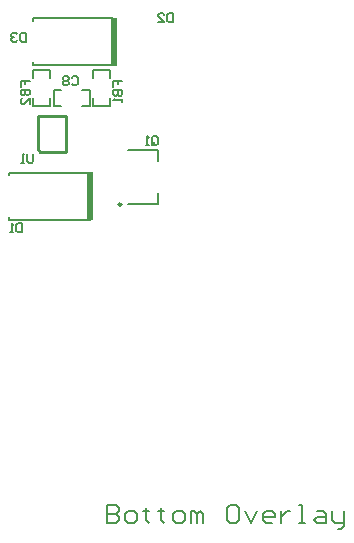
<source format=gbo>
%FSLAX25Y25*%
%MOIN*%
G70*
G01*
G75*
G04 Layer_Color=9218505*
%ADD10R,0.03150X0.02362*%
%ADD11R,0.04331X0.02559*%
%ADD12O,0.06693X0.01378*%
%ADD13R,0.02362X0.03150*%
%ADD14C,0.01500*%
%ADD15C,0.01000*%
%ADD16C,0.03000*%
%ADD17C,0.02500*%
%ADD18C,0.01300*%
%ADD19C,0.02000*%
%ADD20C,0.00800*%
%ADD21C,0.06496*%
%ADD22R,0.06496X0.06496*%
%ADD23R,0.06496X0.06496*%
%ADD24C,0.02000*%
G04:AMPARAMS|DCode=25|XSize=39.37mil|YSize=15.75mil|CornerRadius=3.94mil|HoleSize=0mil|Usage=FLASHONLY|Rotation=0.000|XOffset=0mil|YOffset=0mil|HoleType=Round|Shape=RoundedRectangle|*
%AMROUNDEDRECTD25*
21,1,0.03937,0.00787,0,0,0.0*
21,1,0.03150,0.01575,0,0,0.0*
1,1,0.00787,0.01575,-0.00394*
1,1,0.00787,-0.01575,-0.00394*
1,1,0.00787,-0.01575,0.00394*
1,1,0.00787,0.01575,0.00394*
%
%ADD25ROUNDEDRECTD25*%
G04:AMPARAMS|DCode=26|XSize=74.8mil|YSize=133.86mil|CornerRadius=0mil|HoleSize=0mil|Usage=FLASHONLY|Rotation=270.000|XOffset=0mil|YOffset=0mil|HoleType=Round|Shape=Octagon|*
%AMOCTAGOND26*
4,1,8,0.06693,0.01870,0.06693,-0.01870,0.04823,-0.03740,-0.04823,-0.03740,-0.06693,-0.01870,-0.06693,0.01870,-0.04823,0.03740,0.04823,0.03740,0.06693,0.01870,0.0*
%
%ADD26OCTAGOND26*%

%ADD27R,0.05512X0.03543*%
%ADD28R,0.07087X0.03543*%
%ADD29R,0.03740X0.03937*%
%ADD30R,0.08500X0.10799*%
%ADD31R,0.03937X0.03740*%
%ADD32R,0.02362X0.07480*%
%ADD33C,0.03500*%
%ADD34C,0.00984*%
%ADD35C,0.02362*%
%ADD36C,0.00700*%
%ADD37C,0.00787*%
%ADD38C,0.00600*%
%ADD39C,0.00500*%
%ADD40R,0.03750X0.02962*%
%ADD41R,0.04931X0.03159*%
%ADD42O,0.07293X0.01978*%
%ADD43R,0.02962X0.03750*%
%ADD44C,0.02600*%
G04:AMPARAMS|DCode=45|XSize=45.37mil|YSize=21.75mil|CornerRadius=6.94mil|HoleSize=0mil|Usage=FLASHONLY|Rotation=0.000|XOffset=0mil|YOffset=0mil|HoleType=Round|Shape=RoundedRectangle|*
%AMROUNDEDRECTD45*
21,1,0.04537,0.00787,0,0,0.0*
21,1,0.03150,0.02175,0,0,0.0*
1,1,0.01387,0.01575,-0.00394*
1,1,0.01387,-0.01575,-0.00394*
1,1,0.01387,-0.01575,0.00394*
1,1,0.01387,0.01575,0.00394*
%
%ADD45ROUNDEDRECTD45*%
G04:AMPARAMS|DCode=46|XSize=80.8mil|YSize=139.86mil|CornerRadius=0mil|HoleSize=0mil|Usage=FLASHONLY|Rotation=270.000|XOffset=0mil|YOffset=0mil|HoleType=Round|Shape=Octagon|*
%AMOCTAGOND46*
4,1,8,0.06993,0.02020,0.06993,-0.02020,0.04973,-0.04040,-0.04973,-0.04040,-0.06993,-0.02020,-0.06993,0.02020,-0.04973,0.04040,0.04973,0.04040,0.06993,0.02020,0.0*
%
%ADD46OCTAGOND46*%

%ADD47R,0.06112X0.04143*%
%ADD48R,0.07687X0.04143*%
%ADD49R,0.04340X0.04537*%
%ADD50R,0.09100X0.11399*%
%ADD51R,0.04537X0.04340*%
%ADD52R,0.02962X0.08080*%
%ADD53R,0.02000X0.16400*%
D15*
X35263Y37894D02*
X43924D01*
X34476Y38682D02*
X35263Y37894D01*
X34476Y38682D02*
Y49705D01*
X43924Y37894D02*
Y49705D01*
X34476D02*
X43924D01*
D20*
X57700Y-79851D02*
Y-85849D01*
X60699D01*
X61699Y-84850D01*
Y-83850D01*
X60699Y-82850D01*
X57700D01*
X60699D01*
X61699Y-81851D01*
Y-80851D01*
X60699Y-79851D01*
X57700D01*
X64698Y-85849D02*
X66697D01*
X67697Y-84850D01*
Y-82850D01*
X66697Y-81851D01*
X64698D01*
X63698Y-82850D01*
Y-84850D01*
X64698Y-85849D01*
X70696Y-80851D02*
Y-81851D01*
X69696D01*
X71696D01*
X70696D01*
Y-84850D01*
X71696Y-85849D01*
X75694Y-80851D02*
Y-81851D01*
X74695D01*
X76694D01*
X75694D01*
Y-84850D01*
X76694Y-85849D01*
X80693D02*
X82692D01*
X83692Y-84850D01*
Y-82850D01*
X82692Y-81851D01*
X80693D01*
X79693Y-82850D01*
Y-84850D01*
X80693Y-85849D01*
X85691D02*
Y-81851D01*
X86691D01*
X87690Y-82850D01*
Y-85849D01*
Y-82850D01*
X88690Y-81851D01*
X89690Y-82850D01*
Y-85849D01*
X100686Y-79851D02*
X98687D01*
X97687Y-80851D01*
Y-84850D01*
X98687Y-85849D01*
X100686D01*
X101686Y-84850D01*
Y-80851D01*
X100686Y-79851D01*
X103685Y-81851D02*
X105684Y-85849D01*
X107684Y-81851D01*
X112682Y-85849D02*
X110683D01*
X109683Y-84850D01*
Y-82850D01*
X110683Y-81851D01*
X112682D01*
X113682Y-82850D01*
Y-83850D01*
X109683D01*
X115681Y-81851D02*
Y-85849D01*
Y-83850D01*
X116681Y-82850D01*
X117681Y-81851D01*
X118680D01*
X121679Y-85849D02*
X123679D01*
X122679D01*
Y-79851D01*
X121679D01*
X127677Y-81851D02*
X129677D01*
X130676Y-82850D01*
Y-85849D01*
X127677D01*
X126678Y-84850D01*
X127677Y-83850D01*
X130676D01*
X132676Y-81851D02*
Y-84850D01*
X133675Y-85849D01*
X136674D01*
Y-86849D01*
X135675Y-87849D01*
X134675D01*
X136674Y-85849D02*
Y-81851D01*
D34*
X62415Y20248D02*
G03*
X62415Y20248I-492J0D01*
G01*
D36*
X38527Y53102D02*
Y55700D01*
X33080Y53102D02*
X38527D01*
X33080D02*
Y55700D01*
Y62500D02*
Y65098D01*
X38527D01*
Y62500D02*
Y65098D01*
X58527Y53102D02*
Y55700D01*
X53080Y53102D02*
X58527D01*
X53080D02*
Y55700D01*
Y62500D02*
Y65098D01*
X58527D01*
Y62500D02*
Y65098D01*
X32800Y66750D02*
Y67650D01*
Y66750D02*
X59500D01*
X32800Y82450D02*
X59500D01*
X32800Y81550D02*
Y82450D01*
X25100Y15150D02*
Y16050D01*
Y15150D02*
X51800D01*
X25100Y30850D02*
X51800D01*
X25100Y29950D02*
Y30850D01*
X49200Y58427D02*
X51798D01*
Y52980D02*
Y58427D01*
X49200Y52980D02*
X51798D01*
X39802D02*
X42400D01*
X39802D02*
Y58427D01*
X42400D01*
D37*
X74718Y34815D02*
Y38555D01*
X64482D02*
X74718D01*
Y20445D02*
Y24185D01*
X64482Y20445D02*
X74718D01*
D38*
X45801Y62499D02*
X46301Y62999D01*
X47300D01*
X47800Y62499D01*
Y60500D01*
X47300Y60000D01*
X46301D01*
X45801Y60500D01*
X44801Y62499D02*
X44301Y62999D01*
X43301D01*
X42802Y62499D01*
Y61999D01*
X43301Y61500D01*
X42802Y61000D01*
Y60500D01*
X43301Y60000D01*
X44301D01*
X44801Y60500D01*
Y61000D01*
X44301Y61500D01*
X44801Y61999D01*
Y62499D01*
X44301Y61500D02*
X43301D01*
X29400Y14099D02*
Y11100D01*
X27900D01*
X27401Y11600D01*
Y13599D01*
X27900Y14099D01*
X29400D01*
X26401Y11100D02*
X25401D01*
X25901D01*
Y14099D01*
X26401Y13599D01*
X30700Y77499D02*
Y74500D01*
X29201D01*
X28701Y75000D01*
Y76999D01*
X29201Y77499D01*
X30700D01*
X27701Y76999D02*
X27201Y77499D01*
X26201D01*
X25702Y76999D01*
Y76499D01*
X26201Y75999D01*
X26701D01*
X26201D01*
X25702Y75500D01*
Y75000D01*
X26201Y74500D01*
X27201D01*
X27701Y75000D01*
X59764Y59599D02*
Y61599D01*
X61264D01*
Y60599D01*
Y61599D01*
X62763D01*
X59764Y58600D02*
X62763D01*
Y57100D01*
X62264Y56600D01*
X61764D01*
X61264Y57100D01*
Y58600D01*
Y57100D01*
X60764Y56600D01*
X60264D01*
X59764Y57100D01*
Y58600D01*
X62763Y55601D02*
Y54601D01*
Y55101D01*
X59764D01*
X60264Y55601D01*
X28801Y59601D02*
Y61600D01*
X30301D01*
Y60600D01*
Y61600D01*
X31800D01*
X28801Y58601D02*
X31800D01*
Y57101D01*
X31300Y56602D01*
X30800D01*
X30301Y57101D01*
Y58601D01*
Y57101D01*
X29801Y56602D01*
X29301D01*
X28801Y57101D01*
Y58601D01*
X31800Y53603D02*
Y55602D01*
X29801Y53603D01*
X29301D01*
X28801Y54102D01*
Y55102D01*
X29301Y55602D01*
X72501Y40500D02*
Y42499D01*
X73001Y42999D01*
X74000D01*
X74500Y42499D01*
Y40500D01*
X74000Y40000D01*
X73001D01*
X73500Y41000D02*
X72501Y40000D01*
X73001D02*
X72501Y40500D01*
X71501Y40000D02*
X70501D01*
X71001D01*
Y42999D01*
X71501Y42499D01*
X33000Y37199D02*
Y34700D01*
X32500Y34200D01*
X31501D01*
X31001Y34700D01*
Y37199D01*
X30001Y34200D02*
X29001D01*
X29501D01*
Y37199D01*
X30001Y36699D01*
X79700Y83999D02*
Y81000D01*
X78201D01*
X77701Y81500D01*
Y83499D01*
X78201Y83999D01*
X79700D01*
X74702Y81000D02*
X76701D01*
X74702Y82999D01*
Y83499D01*
X75201Y83999D01*
X76201D01*
X76701Y83499D01*
D53*
X59800Y74600D02*
D03*
X52100Y23000D02*
D03*
M02*

</source>
